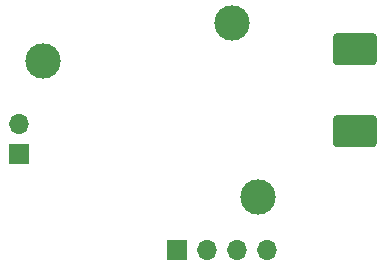
<source format=gbr>
%TF.GenerationSoftware,KiCad,Pcbnew,9.0.0*%
%TF.CreationDate,2025-03-07T11:14:37+01:00*%
%TF.ProjectId,PCB_rigide,5043425f-7269-4676-9964-652e6b696361,rev?*%
%TF.SameCoordinates,Original*%
%TF.FileFunction,Soldermask,Bot*%
%TF.FilePolarity,Negative*%
%FSLAX46Y46*%
G04 Gerber Fmt 4.6, Leading zero omitted, Abs format (unit mm)*
G04 Created by KiCad (PCBNEW 9.0.0) date 2025-03-07 11:14:37*
%MOMM*%
%LPD*%
G01*
G04 APERTURE LIST*
G04 Aperture macros list*
%AMRoundRect*
0 Rectangle with rounded corners*
0 $1 Rounding radius*
0 $2 $3 $4 $5 $6 $7 $8 $9 X,Y pos of 4 corners*
0 Add a 4 corners polygon primitive as box body*
4,1,4,$2,$3,$4,$5,$6,$7,$8,$9,$2,$3,0*
0 Add four circle primitives for the rounded corners*
1,1,$1+$1,$2,$3*
1,1,$1+$1,$4,$5*
1,1,$1+$1,$6,$7*
1,1,$1+$1,$8,$9*
0 Add four rect primitives between the rounded corners*
20,1,$1+$1,$2,$3,$4,$5,0*
20,1,$1+$1,$4,$5,$6,$7,0*
20,1,$1+$1,$6,$7,$8,$9,0*
20,1,$1+$1,$8,$9,$2,$3,0*%
G04 Aperture macros list end*
%ADD10RoundRect,0.250000X-1.595000X-1.082500X1.595000X-1.082500X1.595000X1.082500X-1.595000X1.082500X0*%
%ADD11C,3.000000*%
%ADD12R,1.700000X1.700000*%
%ADD13O,1.700000X1.700000*%
G04 APERTURE END LIST*
D10*
%TO.C,J6*%
X110050000Y-34417000D03*
X110050000Y-41402000D03*
%TD*%
D11*
%TO.C,J3*%
X83693000Y-35433000D03*
%TD*%
D12*
%TO.C,J1*%
X81661000Y-43307000D03*
D13*
X81661000Y-40767000D03*
%TD*%
D11*
%TO.C,J5*%
X99695000Y-32258000D03*
%TD*%
%TO.C,J4*%
X101854000Y-46990000D03*
%TD*%
D12*
%TO.C,J2*%
X94996000Y-51409600D03*
D13*
X97536000Y-51409600D03*
X100076000Y-51409600D03*
X102616000Y-51409600D03*
%TD*%
M02*

</source>
